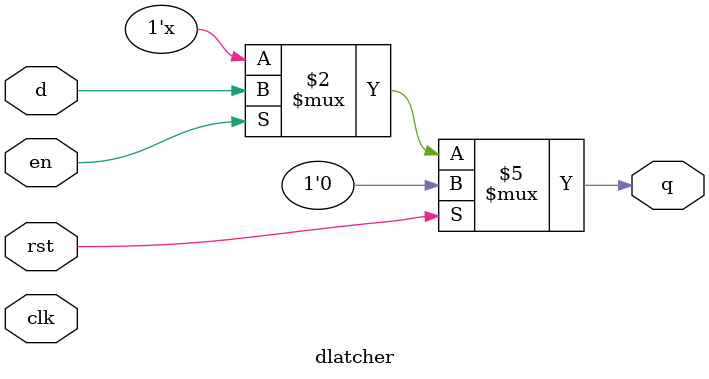
<source format=v>
module dlatcher (clk, d, en, rst, q);
   input clk, d, en, rst;
   output reg q;

   always @* // All signals !!
     begin
	if (rst)
	  q <= #1 0;
	else if (en)
	  q <= #1 d;
     end
endmodule

</source>
